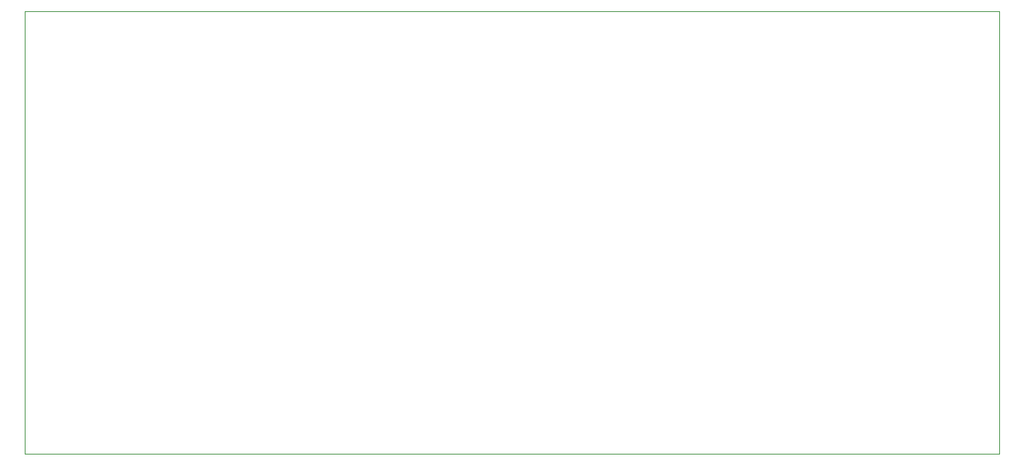
<source format=gbr>
%TF.GenerationSoftware,KiCad,Pcbnew,(6.0.7-1)-1*%
%TF.CreationDate,2022-12-11T21:31:16-05:00*%
%TF.ProjectId,ResistorNetwork,52657369-7374-46f7-924e-6574776f726b,rev?*%
%TF.SameCoordinates,Original*%
%TF.FileFunction,Profile,NP*%
%FSLAX46Y46*%
G04 Gerber Fmt 4.6, Leading zero omitted, Abs format (unit mm)*
G04 Created by KiCad (PCBNEW (6.0.7-1)-1) date 2022-12-11 21:31:16*
%MOMM*%
%LPD*%
G01*
G04 APERTURE LIST*
%TA.AperFunction,Profile*%
%ADD10C,0.100000*%
%TD*%
G04 APERTURE END LIST*
D10*
X26000000Y-28000000D02*
X136000000Y-28000000D01*
X136000000Y-28000000D02*
X136000000Y-78000000D01*
X136000000Y-78000000D02*
X26000000Y-78000000D01*
X26000000Y-78000000D02*
X26000000Y-28000000D01*
M02*

</source>
